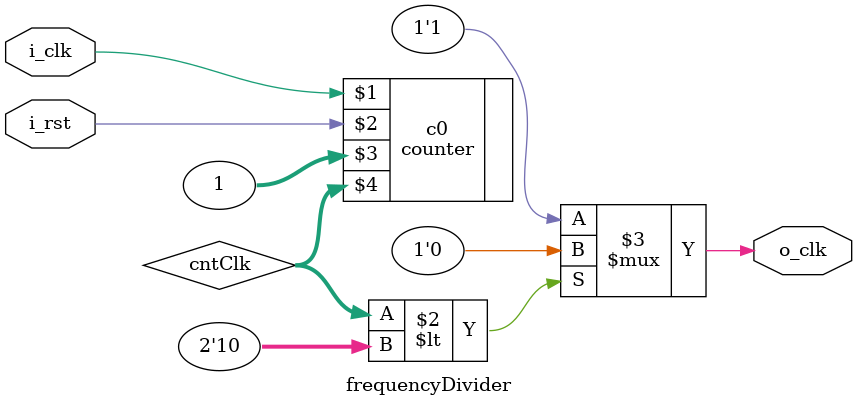
<source format=sv>
module frequencyDivider (
	input logic i_clk, i_rst,
	output logic o_clk);
	
	logic [1:0] cntClk;
	
	counter#(2) c0(i_clk, i_rst, 1, cntClk);
	
	assign o_clk = (cntClk < 2'd2) ? 1'b0 : 1'b1;
	
endmodule

</source>
